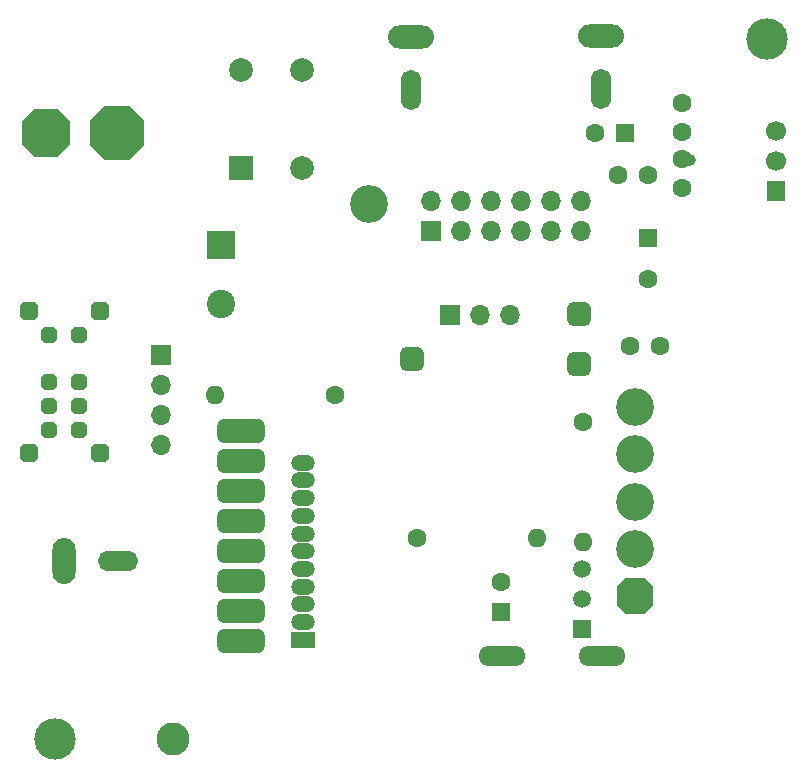
<source format=gbs>
%TF.GenerationSoftware,KiCad,Pcbnew,(6.0.1)*%
%TF.CreationDate,2022-03-11T03:58:48-07:00*%
%TF.ProjectId,Power PCB Ver C -  TH - RF is Video Only V2,506f7765-7220-4504-9342-205665722043,rev?*%
%TF.SameCoordinates,Original*%
%TF.FileFunction,Soldermask,Bot*%
%TF.FilePolarity,Negative*%
%FSLAX46Y46*%
G04 Gerber Fmt 4.6, Leading zero omitted, Abs format (unit mm)*
G04 Created by KiCad (PCBNEW (6.0.1)) date 2022-03-11 03:58:48*
%MOMM*%
%LPD*%
G01*
G04 APERTURE LIST*
G04 Aperture macros list*
%AMRoundRect*
0 Rectangle with rounded corners*
0 $1 Rounding radius*
0 $2 $3 $4 $5 $6 $7 $8 $9 X,Y pos of 4 corners*
0 Add a 4 corners polygon primitive as box body*
4,1,4,$2,$3,$4,$5,$6,$7,$8,$9,$2,$3,0*
0 Add four circle primitives for the rounded corners*
1,1,$1+$1,$2,$3*
1,1,$1+$1,$4,$5*
1,1,$1+$1,$6,$7*
1,1,$1+$1,$8,$9*
0 Add four rect primitives between the rounded corners*
20,1,$1+$1,$2,$3,$4,$5,0*
20,1,$1+$1,$4,$5,$6,$7,0*
20,1,$1+$1,$6,$7,$8,$9,0*
20,1,$1+$1,$8,$9,$2,$3,0*%
%AMOutline5P*
0 Free polygon, 5 corners , with rotation*
0 The origin of the aperture is its center*
0 number of corners: always 5*
0 $1 to $10 corner X, Y*
0 $11 Rotation angle, in degrees counterclockwise*
0 create outline with 5 corners*
4,1,5,$1,$2,$3,$4,$5,$6,$7,$8,$9,$10,$1,$2,$11*%
%AMOutline6P*
0 Free polygon, 6 corners , with rotation*
0 The origin of the aperture is its center*
0 number of corners: always 6*
0 $1 to $12 corner X, Y*
0 $13 Rotation angle, in degrees counterclockwise*
0 create outline with 6 corners*
4,1,6,$1,$2,$3,$4,$5,$6,$7,$8,$9,$10,$11,$12,$1,$2,$13*%
%AMOutline7P*
0 Free polygon, 7 corners , with rotation*
0 The origin of the aperture is its center*
0 number of corners: always 7*
0 $1 to $14 corner X, Y*
0 $15 Rotation angle, in degrees counterclockwise*
0 create outline with 7 corners*
4,1,7,$1,$2,$3,$4,$5,$6,$7,$8,$9,$10,$11,$12,$13,$14,$1,$2,$15*%
%AMOutline8P*
0 Free polygon, 8 corners , with rotation*
0 The origin of the aperture is its center*
0 number of corners: always 8*
0 $1 to $16 corner X, Y*
0 $17 Rotation angle, in degrees counterclockwise*
0 create outline with 8 corners*
4,1,8,$1,$2,$3,$4,$5,$6,$7,$8,$9,$10,$11,$12,$13,$14,$15,$16,$1,$2,$17*%
G04 Aperture macros list end*
%ADD10O,4.000000X1.700000*%
%ADD11R,1.600000X1.600000*%
%ADD12C,1.600000*%
%ADD13R,1.599997X1.700000*%
%ADD14C,1.700000*%
%ADD15C,1.000000*%
%ADD16C,1.500000*%
%ADD17R,1.500000X1.500000*%
%ADD18R,2.400000X2.400000*%
%ADD19C,2.400000*%
%ADD20R,1.700000X1.700000*%
%ADD21O,1.700000X1.700000*%
%ADD22O,1.600000X1.600000*%
%ADD23O,1.950000X3.900000*%
%ADD24O,3.400000X1.700000*%
%ADD25RoundRect,0.500000X-0.500000X-0.500000X0.500000X-0.500000X0.500000X0.500000X-0.500000X0.500000X0*%
%ADD26Outline8P,-2.000000X1.000000X-1.000000X2.000000X1.000000X2.000000X2.000000X1.000000X2.000000X-1.000000X1.000000X-2.000000X-1.000000X-2.000000X-2.000000X-1.000000X0.000000*%
%ADD27Outline8P,-2.250000X1.125000X-1.125000X2.250000X1.125000X2.250000X2.250000X1.125000X2.250000X-1.125000X1.125000X-2.250000X-1.125000X-2.250000X-2.250000X-1.125000X0.000000*%
%ADD28R,2.000000X1.350000*%
%ADD29O,2.000000X1.350000*%
%ADD30R,2.000000X2.000000*%
%ADD31C,2.000000*%
%ADD32O,3.900000X1.950000*%
%ADD33O,1.700000X3.400000*%
%ADD34C,3.500000*%
%ADD35C,3.200000*%
%ADD36Outline8P,-1.550000X0.775000X-0.775000X1.550000X0.775000X1.550000X1.550000X0.775000X1.550000X-0.775000X0.775000X-1.550000X-0.775000X-1.550000X-1.550000X-0.775000X90.000000*%
%ADD37C,2.800000*%
%ADD38Outline8P,-0.700000X0.350000X-0.350000X0.700000X0.350000X0.700000X0.700000X0.350000X0.700000X-0.350000X0.350000X-0.700000X-0.350000X-0.700000X-0.700000X-0.350000X270.000000*%
%ADD39Outline8P,-0.800000X0.400000X-0.400000X0.800000X0.400000X0.800000X0.800000X0.400000X0.800000X-0.400000X0.400000X-0.800000X-0.400000X-0.800000X-0.800000X-0.400000X270.000000*%
%ADD40Outline8P,-0.800000X0.400000X-0.400000X0.800000X0.400000X0.800000X0.800000X0.400000X0.800000X-0.400000X0.400000X-0.800000X-0.400000X-0.800000X-0.800000X-0.400000X90.000000*%
%ADD41RoundRect,0.500000X-1.500000X-0.500000X1.500000X-0.500000X1.500000X0.500000X-1.500000X0.500000X0*%
G04 APERTURE END LIST*
D10*
%TO.C,J13*%
X166426100Y-129393600D03*
%TD*%
%TO.C,J13*%
X158026100Y-129393600D03*
%TD*%
D11*
%TO.C,C3*%
X170376100Y-93990949D03*
D12*
X170376100Y-97490949D03*
%TD*%
D13*
%TO.C,U1*%
X181226100Y-90033600D03*
D14*
X181226100Y-87493600D03*
X181226100Y-84953600D03*
%TD*%
D15*
%TO.C,REF\u002A\u002A*%
X173876100Y-87393600D03*
%TD*%
D16*
%TO.C,Q1*%
X164736100Y-122053600D03*
X164736100Y-124593600D03*
D17*
X164736100Y-127133600D03*
%TD*%
D18*
%TO.C,C1*%
X134226100Y-94569641D03*
D19*
X134226100Y-99569641D03*
%TD*%
D11*
%TO.C,C7*%
X168401100Y-85143600D03*
D12*
X165901100Y-85143600D03*
%TD*%
D20*
%TO.C,J16*%
X153586100Y-100493600D03*
D21*
X156126100Y-100493600D03*
X158666100Y-100493600D03*
%TD*%
D12*
%TO.C,R2*%
X164876100Y-109563600D03*
D22*
X164876100Y-119723600D03*
%TD*%
D23*
%TO.C,J19*%
X120952100Y-121327600D03*
D24*
X125452100Y-121327600D03*
%TD*%
D25*
%TO.C,J12*%
X150376100Y-104243600D03*
%TD*%
%TO.C,J10*%
X164526100Y-104643600D03*
%TD*%
D20*
%TO.C,J6*%
X151976100Y-93418600D03*
D21*
X151976100Y-90878600D03*
X154516100Y-93418600D03*
X154516100Y-90878600D03*
X157056100Y-93418600D03*
X157056100Y-90878600D03*
X159596100Y-93418600D03*
X159596100Y-90878600D03*
X162136100Y-93418600D03*
X162136100Y-90878600D03*
X164676100Y-93418600D03*
X164676100Y-90878600D03*
%TD*%
D26*
%TO.C,J1*%
X119426100Y-85113598D03*
D27*
X125426102Y-85113598D03*
%TD*%
D20*
%TO.C,J4*%
X129126100Y-103893600D03*
D21*
X129126100Y-106433600D03*
X129126100Y-108973600D03*
X129126100Y-111513600D03*
%TD*%
D25*
%TO.C,J11*%
X164526100Y-100393600D03*
%TD*%
D28*
%TO.C,J3*%
X141126100Y-128018600D03*
D29*
X141126100Y-126518600D03*
X141126100Y-125018600D03*
X141126100Y-123518600D03*
X141126100Y-122018600D03*
X141126100Y-120518600D03*
X141126100Y-119018600D03*
X141126100Y-117518600D03*
X141126100Y-116018600D03*
X141126100Y-114518600D03*
X141126100Y-113018600D03*
%TD*%
D11*
%TO.C,C8*%
X157926100Y-125643600D03*
D12*
X157926100Y-123143600D03*
%TD*%
%TO.C,R6*%
X143836100Y-107303600D03*
D22*
X133676100Y-107303600D03*
%TD*%
D30*
%TO.C,D1*%
X135926100Y-88036100D03*
D31*
X141026100Y-88036100D03*
X141026100Y-79786100D03*
X135926100Y-79786100D03*
%TD*%
D32*
%TO.C,J17*%
X166418100Y-76877600D03*
D33*
X166418100Y-81377600D03*
%TD*%
D12*
%TO.C,C5*%
X173226100Y-82543600D03*
X173226100Y-85043600D03*
%TD*%
D34*
%TO.C,*%
X180476100Y-77113600D03*
%TD*%
%TO.C,*%
X120126100Y-136393600D03*
%TD*%
D35*
%TO.C,J2*%
X169226100Y-116313600D03*
X169226100Y-108313600D03*
X169226100Y-120313600D03*
X169226100Y-112313597D03*
D36*
X169226100Y-124313600D03*
%TD*%
D35*
%TO.C,GND*%
X146756100Y-91113600D03*
%TD*%
D37*
%TO.C,*%
X130126100Y-136393600D03*
%TD*%
D12*
%TO.C,C2*%
X168876100Y-103143600D03*
X171376100Y-103143600D03*
%TD*%
D32*
%TO.C,J18*%
X150272100Y-76971600D03*
D33*
X150272100Y-81471600D03*
%TD*%
D12*
%TO.C,C6*%
X170326100Y-88643600D03*
X167826100Y-88643600D03*
%TD*%
%TO.C,C4*%
X173226100Y-87293600D03*
X173226100Y-89793600D03*
%TD*%
D22*
%TO.C,R4*%
X161006100Y-119393600D03*
D12*
X150846100Y-119393600D03*
%TD*%
D38*
%TO.C,SW1*%
X122176100Y-102213600D03*
X119676100Y-106213600D03*
X119676100Y-108213600D03*
X119676100Y-110213600D03*
X122176100Y-106213600D03*
X122176100Y-108213600D03*
X122176100Y-110213600D03*
X119676100Y-102213600D03*
D39*
X117926100Y-100213600D03*
D40*
X117926100Y-112213600D03*
X123926100Y-112213600D03*
D39*
X123926100Y-100213600D03*
%TD*%
D41*
%TO.C,J5*%
X135876100Y-128093600D03*
X135876100Y-125553600D03*
X135876100Y-123013600D03*
X135876100Y-120473600D03*
X135876100Y-117933600D03*
X135876100Y-115393600D03*
X135876100Y-112853600D03*
X135876100Y-110313600D03*
%TD*%
M02*

</source>
